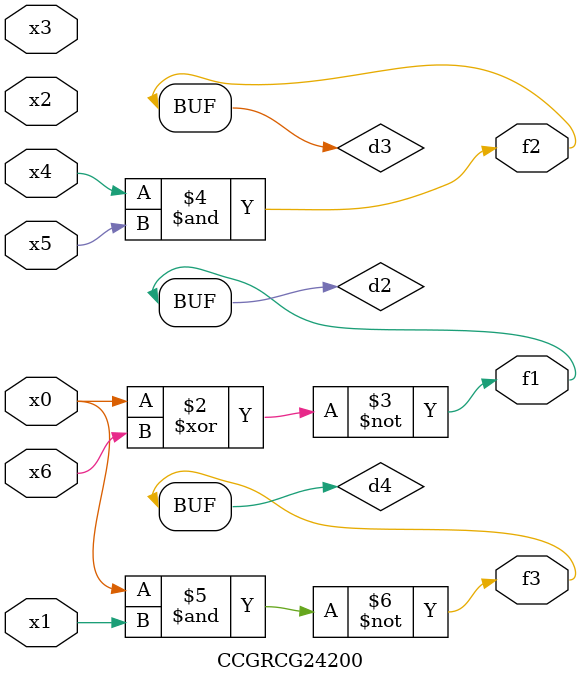
<source format=v>
module CCGRCG24200(
	input x0, x1, x2, x3, x4, x5, x6,
	output f1, f2, f3
);

	wire d1, d2, d3, d4;

	nor (d1, x0);
	xnor (d2, x0, x6);
	and (d3, x4, x5);
	nand (d4, x0, x1);
	assign f1 = d2;
	assign f2 = d3;
	assign f3 = d4;
endmodule

</source>
